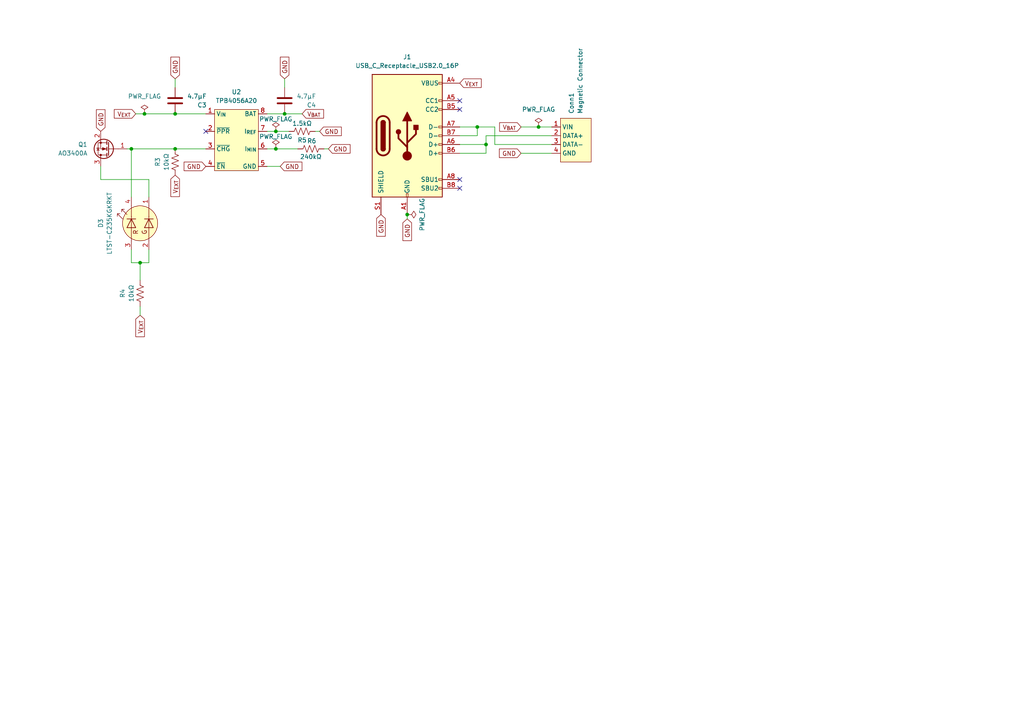
<source format=kicad_sch>
(kicad_sch (version 20250114) (generator "eeschema") (generator_version "9.0")
  (paper "A4")
  (lib_symbols
    (symbol "Connector:USB_C_Receptacle_USB2.0_16P" (pin_names (offset 1.016))
      (property "Reference" "J" (at 0 22.225 0))
      (property "Value" "USB_C_Receptacle_USB2.0_16P" (at 0 19.685 0))
      (symbol "USB_C_Receptacle_USB2.0_16P_0_0"
        (rectangle (start -0.254 -17.78) (end 0.254 -16.764))
        (rectangle (start 10.16 15.494) (end 9.144 14.986))
        (rectangle (start 10.16 10.414) (end 9.144 9.906))
        (rectangle (start 10.16 7.874) (end 9.144 7.366))
        (rectangle (start 10.16 2.794) (end 9.144 2.286))
        (rectangle (start 10.16 0.254) (end 9.144 -0.254))
        (rectangle (start 10.16 -2.286) (end 9.144 -2.794))
        (rectangle (start 10.16 -4.826) (end 9.144 -5.334))
        (rectangle (start 10.16 -12.446) (end 9.144 -12.954))
        (rectangle (start 10.16 -14.986) (end 9.144 -15.494))
      )
      (symbol "USB_C_Receptacle_USB2.0_16P_0_1"
        (rectangle (start -10.16 17.78) (end 10.16 -17.78) (stroke (width 0.254)) (fill (type background)))
        (polyline (pts (xy -8.89 -3.81) (xy -8.89 3.81)) (stroke (width 0.508)))
        (rectangle (start -7.62 -3.81) (end -6.35 3.81) (stroke (width 0.254)) (fill (type outline)))
        (arc (start -7.62 3.81) (mid -6.985 4.4423) (end -6.35 3.81) (stroke (width 0.254)))
        (arc (start -7.62 3.81) (mid -6.985 4.4423) (end -6.35 3.81) (stroke (width 0.254)) (fill (type outline)))
        (arc (start -8.89 3.81) (mid -6.985 5.7067) (end -5.08 3.81) (stroke (width 0.508)))
        (arc (start -5.08 -3.81) (mid -6.985 -5.7067) (end -8.89 -3.81) (stroke (width 0.508)))
        (arc (start -6.35 -3.81) (mid -6.985 -4.4423) (end -7.62 -3.81) (stroke (width 0.254)))
        (arc (start -6.35 -3.81) (mid -6.985 -4.4423) (end -7.62 -3.81) (stroke (width 0.254)) (fill (type outline)))
        (polyline (pts (xy -5.08 3.81) (xy -5.08 -3.81)) (stroke (width 0.508)))
        (circle (center -2.54 1.143) (radius 0.635) (stroke (width 0.254)) (fill (type outline)))
        (polyline (pts (xy -1.27 4.318) (xy 0 6.858) (xy 1.27 4.318) (xy -1.27 4.318)) (stroke (width 0.254)) (fill (type outline)))
        (polyline (pts (xy 0 -2.032) (xy 2.54 0.508) (xy 2.54 1.778)) (stroke (width 0.508)))
        (polyline (pts (xy 0 -3.302) (xy -2.54 -0.762) (xy -2.54 0.508)) (stroke (width 0.508)))
        (polyline (pts (xy 0 -5.842) (xy 0 4.318)) (stroke (width 0.508)))
        (circle (center 0 -5.842) (radius 1.27) (fill (type outline)))
        (rectangle (start 1.905 1.778) (end 3.175 3.048) (stroke (width 0.254)) (fill (type outline)))
      )
      (symbol "USB_C_Receptacle_USB2.0_16P_1_1"
        (pin passive line (at -7.62 -22.86 90) (length 5.08) (name "SHIELD") (number "S1"))
        (pin passive line (at 0 -22.86 90) (length 5.08) (name "GND") (number "A1"))
        (pin passive line (at 0 -22.86 90) (length 5.08) (hide yes) (name "GND") (number "A12"))
        (pin passive line (at 0 -22.86 90) (length 5.08) (hide yes) (name "GND") (number "B1"))
        (pin passive line (at 0 -22.86 90) (length 5.08) (hide yes) (name "GND") (number "B12"))
        (pin passive line (at 15.24 15.24 180) (length 5.08) (name "VBUS") (number "A4"))
        (pin passive line (at 15.24 15.24 180) (length 5.08) (hide yes) (name "VBUS") (number "A9"))
        (pin passive line (at 15.24 15.24 180) (length 5.08) (hide yes) (name "VBUS") (number "B4"))
        (pin passive line (at 15.24 15.24 180) (length 5.08) (hide yes) (name "VBUS") (number "B9"))
        (pin bidirectional line (at 15.24 10.16 180) (length 5.08) (name "CC1") (number "A5"))
        (pin bidirectional line (at 15.24 7.62 180) (length 5.08) (name "CC2") (number "B5"))
        (pin bidirectional line (at 15.24 2.54 180) (length 5.08) (name "D-") (number "A7"))
        (pin bidirectional line (at 15.24 0 180) (length 5.08) (name "D-") (number "B7"))
        (pin bidirectional line (at 15.24 -2.54 180) (length 5.08) (name "D+") (number "A6"))
        (pin bidirectional line (at 15.24 -5.08 180) (length 5.08) (name "D+") (number "B6"))
        (pin bidirectional line (at 15.24 -12.7 180) (length 5.08) (name "SBU1") (number "A8"))
        (pin bidirectional line (at 15.24 -15.24 180) (length 5.08) (name "SBU2") (number "B8"))
      )
    )
    (symbol "Custom_Symbols:Conn_01x04_Magnetic"
      (property "Reference" "Conn1" (at -7.62 3.1749 0))
      (property "Value" "Magnetic Connector" (at -7.62 5.7149 0))
      (symbol "Conn_01x04_Magnetic_1_1"
        (rectangle (start -6.35 8.89) (end 6.35 0) (fill (type background)))
        (pin power_in line (at -3.81 -2.54 90) (length 2.54) (name "VIN") (number "1"))
        (pin passive line (at -1.27 -2.54 90) (length 2.54) (name "DATA+") (number "2"))
        (pin passive line (at 1.27 -2.54 90) (length 2.54) (name "DATA-") (number "3"))
        (pin power_in line (at 3.81 -2.54 90) (length 2.54) (name "GND") (number "4"))
      )
    )
    (symbol "Custom_Symbols:TPB4056A20"
      (property "Reference" "U" (at 0 9.652 0))
      (property "Value" "TPB4056A20" (at 0.254 7.62 0))
      (symbol "TPB4056A20_1_1"
        (rectangle (start -6.35 6.35) (end 6.35 -11.43) (fill (type background)))
        (pin power_in line (at -8.89 5.08 0) (length 2.54) (name "V_{IN}") (number "1"))
        (pin output line (at -8.89 0 0) (length 2.54) (name "~{PPR}") (number "2"))
        (pin output line (at -8.89 -5.08 0) (length 2.54) (name "~{CHG}") (number "3"))
        (pin input line (at -8.89 -10.16 0) (length 2.54) (name "~{EN}") (number "4"))
        (pin power_in line (at 8.89 5.08 180) (length 2.54) (name "BAT") (number "8"))
        (pin power_in line (at 8.89 0 180) (length 2.54) (name "I_{REF}") (number "7"))
        (pin power_in line (at 8.89 -5.08 180) (length 2.54) (name "I_{MIN}") (number "6"))
        (pin power_in line (at 8.89 -10.16 180) (length 2.54) (name "GND") (number "5"))
      )
    )
    (symbol "Device:C" (pin_numbers (hide yes)) (pin_names (offset 0.254))
      (property "Reference" "C" (at 0.635 2.54 0))
      (property "Value" "C" (at 0.635 -2.54 0))
      (symbol "C_0_1"
        (polyline (pts (xy -2.032 0.762) (xy 2.032 0.762)) (stroke (width 0.508)))
        (polyline (pts (xy -2.032 -0.762) (xy 2.032 -0.762)) (stroke (width 0.508)))
      )
      (symbol "C_1_1"
        (pin passive line (at 0 3.81 270) (length 2.794) (name "~") (number "1"))
        (pin passive line (at 0 -3.81 90) (length 2.794) (name "~") (number "2"))
      )
    )
    (symbol "Device:R_US" (pin_numbers (hide yes)) (pin_names (offset 0))
      (property "Reference" "R" (at 2.54 0 90))
      (property "Value" "R_US" (at -2.54 0 90))
      (symbol "R_US_0_1"
        (polyline (pts (xy 0 2.286) (xy 0 2.54)))
        (polyline (pts (xy 0 2.286) (xy 1.016 1.905) (xy 0 1.524) (xy -1.016 1.143) (xy 0 0.762)))
        (polyline (pts (xy 0 0.762) (xy 1.016 0.381) (xy 0 0) (xy -1.016 -0.381) (xy 0 -0.762)))
        (polyline (pts (xy 0 -0.762) (xy 1.016 -1.143) (xy 0 -1.524) (xy -1.016 -1.905) (xy 0 -2.286)))
        (polyline (pts (xy 0 -2.286) (xy 0 -2.54)))
      )
      (symbol "R_US_1_1"
        (pin passive line (at 0 3.81 270) (length 1.27) (name "~") (number "1"))
        (pin passive line (at 0 -3.81 90) (length 1.27) (name "~") (number "2"))
      )
    )
    (symbol "LED:LTST-C235KGKRKT" (pin_names (offset 0) (hide yes))
      (property "Reference" "D" (at -5.08 6.35 0))
      (property "Value" "LTST-C235KGKRKT" (at 0 -5.715 0))
      (symbol "LTST-C235KGKRKT_0_0"
        (text "R" (at -2.54 1.27 0) (effects (font (size 1.2954 1.2954))))
        (text "G" (at -2.54 -1.27 0) (effects (font (size 1.2954 1.2954))))
      )
      (symbol "LTST-C235KGKRKT_0_1"
        (polyline (pts (xy -5.08 2.54) (xy 2.032 2.54)))
        (polyline (pts (xy -5.08 -2.54) (xy 2.032 -2.54)))
        (polyline (pts (xy -1.27 3.81) (xy -1.27 1.27) (xy 1.27 2.54) (xy -1.27 3.81)) (stroke (width 0.2032)))
        (polyline (pts (xy -1.27 -1.27) (xy -1.27 -3.81) (xy 1.27 -2.54) (xy -1.27 -1.27)) (stroke (width 0.2032)))
        (circle (center 0 0) (radius 5.08) (fill (type background)))
        (polyline (pts (xy 1.27 5.08) (xy 2.794 6.604) (xy 2.032 6.604) (xy 2.794 6.604) (xy 2.794 5.842)))
        (polyline (pts (xy 1.27 3.81) (xy 1.27 1.27)) (stroke (width 0.2032)))
        (polyline (pts (xy 1.27 -1.27) (xy 1.27 -3.81)) (stroke (width 0.2032)))
        (polyline (pts (xy 2.54 3.81) (xy 4.064 5.334) (xy 3.302 5.334) (xy 4.064 5.334) (xy 4.064 4.572)))
        (polyline (pts (xy 5.08 2.54) (xy 1.905 2.54)))
        (polyline (pts (xy 5.08 -2.54) (xy 1.905 -2.54)))
      )
      (symbol "LTST-C235KGKRKT_1_1"
        (pin input line (at -7.62 2.54 0) (length 2.54) (name "A1") (number "3"))
        (pin input line (at -7.62 -2.54 0) (length 2.54) (name "A2") (number "2"))
        (pin input line (at 7.62 2.54 180) (length 2.54) (name "K1") (number "4"))
        (pin input line (at 7.62 -2.54 180) (length 2.54) (name "K2") (number "1"))
      )
    )
    (symbol "Transistor_FET:AO3400A" (pin_names (offset 0) (hide yes))
      (property "Reference" "Q" (at 5.08 1.905 0))
      (property "Value" "AO3400A" (at 5.08 0 0))
      (symbol "AO3400A_0_1"
        (polyline (pts (xy 0.254 1.905) (xy 0.254 -1.905)) (stroke (width 0.254)))
        (polyline (pts (xy 0.254 0) (xy -2.54 0)))
        (polyline (pts (xy 0.762 2.286) (xy 0.762 1.27)) (stroke (width 0.254)))
        (polyline (pts (xy 0.762 0.508) (xy 0.762 -0.508)) (stroke (width 0.254)))
        (polyline (pts (xy 0.762 -1.27) (xy 0.762 -2.286)) (stroke (width 0.254)))
        (polyline (pts (xy 0.762 -1.778) (xy 3.302 -1.778) (xy 3.302 1.778) (xy 0.762 1.778)))
        (polyline (pts (xy 1.016 0) (xy 2.032 0.381) (xy 2.032 -0.381) (xy 1.016 0)) (fill (type outline)))
        (circle (center 1.651 0) (radius 2.794) (stroke (width 0.254)))
        (polyline (pts (xy 2.54 2.54) (xy 2.54 1.778)))
        (circle (center 2.54 1.778) (radius 0.254) (fill (type outline)))
        (circle (center 2.54 -1.778) (radius 0.254) (fill (type outline)))
        (polyline (pts (xy 2.54 -2.54) (xy 2.54 0) (xy 0.762 0)))
        (polyline (pts (xy 2.921 0.381) (xy 3.683 0.381)))
        (polyline (pts (xy 3.302 0.381) (xy 2.921 -0.254) (xy 3.683 -0.254) (xy 3.302 0.381)))
      )
      (symbol "AO3400A_1_1"
        (pin input line (at -5.08 0 0) (length 2.54) (name "G") (number "1"))
        (pin passive line (at 2.54 5.08 270) (length 2.54) (name "D") (number "3"))
        (pin passive line (at 2.54 -5.08 90) (length 2.54) (name "S") (number "2"))
      )
    )
    (symbol "power:PWR_FLAG" (power) (pin_numbers (hide yes)) (pin_names (offset 0) (hide yes))
      (property "Value" "PWR_FLAG" (at 0 3.81 0))
      (symbol "PWR_FLAG_0_0"
        (pin power_out line (at 0 0 90) (length 0) (name "~") (number "1"))
      )
      (symbol "PWR_FLAG_0_1"
        (polyline (pts (xy 0 0) (xy 0 1.27) (xy -1.016 1.905) (xy 0 2.54) (xy 1.016 1.905) (xy 0 1.27)))
      )
    )
  )
  (junction (at 50.8 33.02))
  (junction (at 41.91 33.02))
  (junction (at 138.43 36.83))
  (junction (at 80.01 43.18))
  (junction (at 118.11 62.23))
  (junction (at 80.01 38.1))
  (junction (at 38.1 43.18))
  (junction (at 50.8 43.18))
  (junction (at 140.97 41.91))
  (junction (at 156.21 36.83))
  (junction (at 40.64 76.2))
  (junction (at 82.55 33.02))
  (no_connect (at 59.69 38.1))
  (no_connect (at 133.35 52.07))
  (no_connect (at 133.35 29.21))
  (no_connect (at 133.35 31.75))
  (no_connect (at 133.35 54.61))
  (wire (pts (xy 140.97 41.91) (xy 133.35 41.91)))
  (wire (pts (xy 50.8 43.18) (xy 59.69 43.18)))
  (wire (pts (xy 77.47 38.1) (xy 80.01 38.1)))
  (wire (pts (xy 40.64 81.28) (xy 40.64 76.2)))
  (wire (pts (xy 160.02 44.45) (xy 151.13 44.45)))
  (wire (pts (xy 50.8 22.86) (xy 50.8 25.4)))
  (wire (pts (xy 138.43 36.83) (xy 138.43 39.37)))
  (wire (pts (xy 140.97 39.37) (xy 140.97 41.91)))
  (wire (pts (xy 77.47 33.02) (xy 82.55 33.02)))
  (wire (pts (xy 40.64 76.2) (xy 38.1 76.2)))
  (wire (pts (xy 43.18 52.07) (xy 43.18 57.15)))
  (wire (pts (xy 118.11 63.5) (xy 118.11 62.23)))
  (wire (pts (xy 82.55 33.02) (xy 87.63 33.02)))
  (wire (pts (xy 143.51 41.91) (xy 143.51 36.83)))
  (wire (pts (xy 77.47 43.18) (xy 80.01 43.18)))
  (wire (pts (xy 156.21 36.83) (xy 151.13 36.83)))
  (wire (pts (xy 82.55 22.86) (xy 82.55 25.4)))
  (wire (pts (xy 40.64 76.2) (xy 43.18 76.2)))
  (wire (pts (xy 40.64 88.9) (xy 40.64 91.44)))
  (wire (pts (xy 160.02 36.83) (xy 156.21 36.83)))
  (wire (pts (xy 140.97 44.45) (xy 133.35 44.45)))
  (wire (pts (xy 93.98 43.18) (xy 95.25 43.18)))
  (wire (pts (xy 160.02 41.91) (xy 143.51 41.91)))
  (wire (pts (xy 43.18 76.2) (xy 43.18 72.39)))
  (wire (pts (xy 80.01 38.1) (xy 83.82 38.1)))
  (wire (pts (xy 36.83 43.18) (xy 38.1 43.18)))
  (wire (pts (xy 38.1 76.2) (xy 38.1 72.39)))
  (wire (pts (xy 41.91 33.02) (xy 50.8 33.02)))
  (wire (pts (xy 91.44 38.1) (xy 92.71 38.1)))
  (wire (pts (xy 80.01 43.18) (xy 86.36 43.18)))
  (wire (pts (xy 140.97 41.91) (xy 140.97 44.45)))
  (wire (pts (xy 138.43 39.37) (xy 133.35 39.37)))
  (wire (pts (xy 138.43 36.83) (xy 133.35 36.83)))
  (wire (pts (xy 29.21 52.07) (xy 43.18 52.07)))
  (wire (pts (xy 50.8 33.02) (xy 59.69 33.02)))
  (wire (pts (xy 38.1 43.18) (xy 50.8 43.18)))
  (wire (pts (xy 143.51 36.83) (xy 138.43 36.83)))
  (wire (pts (xy 38.1 43.18) (xy 38.1 57.15)))
  (wire (pts (xy 29.21 48.26) (xy 29.21 52.07)))
  (wire (pts (xy 77.47 48.26) (xy 81.28 48.26)))
  (wire (pts (xy 39.37 33.02) (xy 41.91 33.02)))
  (wire (pts (xy 160.02 39.37) (xy 140.97 39.37)))
  (global_label "V_{BAT}" (shape input) (at 151.13 36.83 180) (property "Intersheetrefs" "${INTERSHEET_REFS}" (effects (hide yes))))
  (global_label "V_{BAT}" (shape input) (at 87.63 33.02 0) (property "Intersheetrefs" "${INTERSHEET_REFS}" (effects (hide yes))))
  (global_label "V_{EXT}" (shape input) (at 40.64 91.44 270) (property "Intersheetrefs" "${INTERSHEET_REFS}" (effects (hide yes))))
  (global_label "GND" (shape input) (at 110.49 62.23 270) (property "Intersheetrefs" "${INTERSHEET_REFS}" (effects (hide yes))))
  (global_label "GND" (shape input) (at 92.71 38.1 0) (property "Intersheetrefs" "${INTERSHEET_REFS}" (effects (hide yes))))
  (global_label "GND" (shape input) (at 151.13 44.45 180) (property "Intersheetrefs" "${INTERSHEET_REFS}" (effects (hide yes))))
  (global_label "GND" (shape input) (at 29.21 38.1 90) (property "Intersheetrefs" "${INTERSHEET_REFS}" (effects (hide yes))))
  (global_label "GND" (shape input) (at 118.11 63.5 270) (property "Intersheetrefs" "${INTERSHEET_REFS}" (effects (hide yes))))
  (global_label "V_{EXT}" (shape input) (at 39.37 33.02 180) (property "Intersheetrefs" "${INTERSHEET_REFS}" (effects (hide yes))))
  (global_label "GND" (shape input) (at 95.25 43.18 0) (property "Intersheetrefs" "${INTERSHEET_REFS}" (effects (hide yes))))
  (global_label "GND" (shape input) (at 81.28 48.26 0) (property "Intersheetrefs" "${INTERSHEET_REFS}" (effects (hide yes))))
  (global_label "GND" (shape input) (at 59.69 48.26 180) (property "Intersheetrefs" "${INTERSHEET_REFS}" (effects (hide yes))))
  (global_label "GND" (shape input) (at 50.8 22.86 90) (property "Intersheetrefs" "${INTERSHEET_REFS}" (effects (hide yes))))
  (global_label "V_{EXT}" (shape input) (at 50.8 50.8 270) (property "Intersheetrefs" "${INTERSHEET_REFS}" (effects (hide yes))))
  (global_label "GND" (shape input) (at 82.55 22.86 90) (property "Intersheetrefs" "${INTERSHEET_REFS}" (effects (hide yes))))
  (global_label "V_{EXT}" (shape input) (at 133.35 24.13 0) (property "Intersheetrefs" "${INTERSHEET_REFS}" (effects (hide yes))))
  (symbol (lib_id "Device:R_US") (at 50.8 46.99 180) (unit 1)
    (property "Reference" "R3" (at 45.72 46.99 90))
    (property "Value" "10kΩ" (at 48.26 46.99 90))
    (property "Footprint" "Resistor_SMD:R_0805_2012Metric_Pad1.20x1.40mm_HandSolder" (effects (hide yes)))
    (property "Description" "Resistor, US symbol" (effects (hide yes)))
  )
  (symbol (lib_id "Device:R_US") (at 87.63 38.1 270) (unit 1)
    (property "Reference" "R5" (at 87.63 40.64 90))
    (property "Value" "1.5kΩ" (at 87.63 35.814 90))
    (property "Footprint" "Resistor_SMD:R_0805_2012Metric_Pad1.20x1.40mm_HandSolder" (effects (hide yes)))
    (property "Description" "Resistor, US symbol" (effects (hide yes)))
  )
  (symbol (lib_id "Custom_Symbols:TPB4056A20") (at 68.58 38.1 0) (unit 1)
    (property "Reference" "U2" (at 68.58 26.67 0))
    (property "Value" "TPB4056A20" (at 68.58 29.21 0))
    (property "Footprint" "Package_SO:SOP-8-1EP_4.57x4.57mm_P1.27mm_EP4.57x4.45mm_ThermalVias" (effects (hide yes)))
    (property "Datasheet" "https://static.3peak.com/res/doc/ds/Datasheet_TPB4056A.pdf" (effects (hide yes)))
    (property "Description" "1-A Single Cell Battery Linear Charger with High-Input Voltage" (effects (hide yes)))
  )
  (symbol (lib_id "LED:LTST-C235KGKRKT") (at 40.64 64.77 90) (unit 1)
    (property "Reference" "D3" (at 29.21 64.77 0))
    (property "Value" "LTST-C235KGKRKT" (at 31.75 64.77 0))
    (property "Footprint" "LED_SMD:LED_LiteOn_LTST-C235KGKRKT" (effects (hide yes)))
    (property "Datasheet" "https://optoelectronics.liteon.com/upload/download/DS22-2009-0219/LTST-C235KGKRKT.pdf" (effects (hide yes)))
    (property "Description" "LED dual red/green, 4-pin, down-facing" (effects (hide yes)))
  )
  (symbol (lib_id "power:PWR_FLAG") (at 80.01 43.18 0) (unit 1)
    (property "Reference" "#FLG05" (effects (hide yes)))
    (property "Value" "PWR_FLAG" (at 80.01 39.624 0))
    (property "Description" "Special symbol for telling ERC where power comes from" (effects (hide yes)))
  )
  (symbol (lib_id "Device:R_US") (at 90.17 43.18 270) (unit 1)
    (property "Reference" "R6" (at 90.424 40.894 90))
    (property "Value" "240kΩ" (at 90.17 45.466 90))
    (property "Footprint" "Resistor_SMD:R_0805_2012Metric_Pad1.20x1.40mm_HandSolder" (effects (hide yes)))
    (property "Description" "Resistor, US symbol" (effects (hide yes)))
  )
  (symbol (lib_id "Connector:USB_C_Receptacle_USB2.0_16P") (at 118.11 39.37 0) (unit 1)
    (property "Reference" "J1" (at 118.11 16.51 0))
    (property "Value" "USB_C_Receptacle_USB2.0_16P" (at 118.11 19.05 0))
    (property "Footprint" "Connector_USB:USB_C_Receptacle_GCT_USB4105-xx-A_16P_TopMnt_Horizontal" (effects (hide yes)))
    (property "Datasheet" "https://www.usb.org/sites/default/files/documents/usb_type-c.zip" (effects (hide yes)))
    (property "Description" "USB 2.0-only 16P Type-C Receptacle connector" (effects (hide yes)))
  )
  (symbol (lib_id "power:PWR_FLAG") (at 118.11 62.23 270) (unit 1)
    (property "Reference" "#FLG04" (effects (hide yes)))
    (property "Value" "PWR_FLAG" (at 122.428 62.23 0))
    (property "Description" "Special symbol for telling ERC where power comes from" (effects (hide yes)))
  )
  (symbol (lib_id "power:PWR_FLAG") (at 41.91 33.02 0) (unit 1)
    (property "Reference" "#FLG03" (effects (hide yes)))
    (property "Value" "PWR_FLAG" (at 41.91 27.94 0))
    (property "Description" "Special symbol for telling ERC where power comes from" (effects (hide yes)))
  )
  (symbol (lib_id "power:PWR_FLAG") (at 156.21 36.83 0) (unit 1)
    (property "Reference" "#FLG01" (effects (hide yes)))
    (property "Value" "PWR_FLAG" (at 156.21 31.75 0))
    (property "Description" "Special symbol for telling ERC where power comes from" (effects (hide yes)))
  )
  (symbol (lib_id "Custom_Symbols:Conn_01x04_Magnetic") (at 162.56 40.64 270) (unit 1)
    (property "Reference" "Conn1" (at 165.7349 33.02 0) (effects (justify right)))
    (property "Value" "Magnetic Connector" (at 168.2749 33.02 0) (effects (justify right)))
    (property "Footprint" "Custom_Footprints:Connector_Magnetic_4_Pin" (effects (hide yes)))
  )
  (symbol (lib_id "power:PWR_FLAG") (at 80.01 38.1 0) (unit 1)
    (property "Reference" "#FLG02" (effects (hide yes)))
    (property "Value" "PWR_FLAG" (at 80.01 34.544 0))
    (property "Description" "Special symbol for telling ERC where power comes from" (effects (hide yes)))
  )
  (symbol (lib_id "Device:C") (at 50.8 29.21 180) (unit 1)
    (property "Reference" "C3" (at 59.944 30.48 0) (effects (justify left)))
    (property "Value" "4.7μF" (at 59.944 27.94 0) (effects (justify left)))
    (property "Footprint" "Capacitor_SMD:C_0402_1005Metric" (effects (hide yes)))
    (property "Datasheet" "https://mm.digikey.com/Volume0/opasdata/d220001/medias/docus/4400/LMK105BBJ475MVLF_SS.pdf" (effects (hide yes)))
    (property "Description" "Unpolarized capacitor" (effects (hide yes)))
  )
  (symbol (lib_id "Device:C") (at 82.55 29.21 180) (unit 1)
    (property "Reference" "C4" (at 91.694 30.48 0) (effects (justify left)))
    (property "Value" "4.7μF" (at 91.694 27.94 0) (effects (justify left)))
    (property "Footprint" "Capacitor_SMD:C_0402_1005Metric" (effects (hide yes)))
    (property "Datasheet" "https://mm.digikey.com/Volume0/opasdata/d220001/medias/docus/4400/LMK105BBJ475MVLF_SS.pdf" (effects (hide yes)))
    (property "Description" "Unpolarized capacitor" (effects (hide yes)))
  )
  (symbol (lib_id "Transistor_FET:AO3400A") (at 31.75 43.18 180) (unit 1)
    (property "Reference" "Q1" (at 25.4 41.9099 0) (effects (justify left)))
    (property "Value" "AO3400A" (at 25.4 44.4499 0) (effects (justify left)))
    (property "Footprint" "Package_TO_SOT_SMD:SOT-23" (effects (hide yes)))
    (property "Datasheet" "http://www.aosmd.com/pdfs/datasheet/AO3400A.pdf" (effects (hide yes)))
    (property "Description" "30V Vds, 5.7A Id, N-Channel MOSFET, SOT-23" (effects (hide yes)))
  )
  (symbol (lib_id "Device:R_US") (at 40.64 85.09 180) (unit 1)
    (property "Reference" "R4" (at 35.56 85.09 90))
    (property "Value" "10kΩ" (at 38.1 85.09 90))
    (property "Footprint" "Resistor_SMD:R_0805_2012Metric_Pad1.20x1.40mm_HandSolder" (effects (hide yes)))
    (property "Description" "Resistor, US symbol" (effects (hide yes)))
  )
)
</source>
